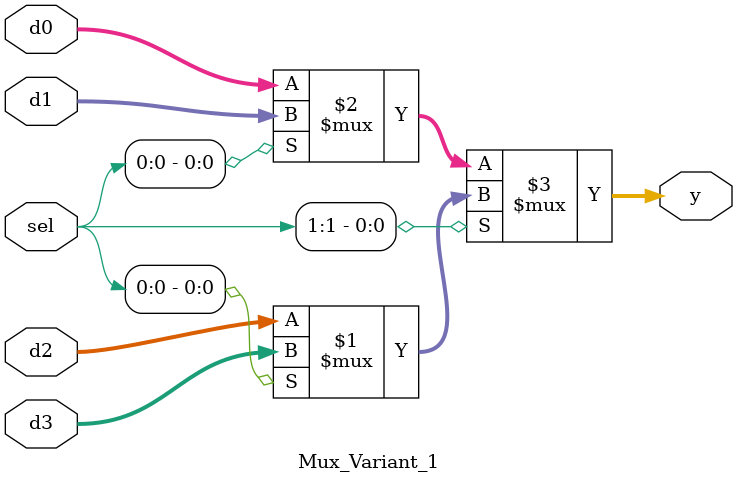
<source format=sv>
module Mux_Variant_1(	// \\src\\main\\scala\\Main.scala:3:7
  input  [3:0] d0,	// \\src\\main\\scala\\Main.scala:5:16
               d1,	// \\src\\main\\scala\\Main.scala:6:16
               d2,	// \\src\\main\\scala\\Main.scala:7:16
               d3,	// \\src\\main\\scala\\Main.scala:8:16
  input  [1:0] sel,	// \\src\\main\\scala\\Main.scala:9:17
  output [3:0] y	// \\src\\main\\scala\\Main.scala:11:15
);

  assign y = sel[1] ? (sel[0] ? d3 : d2) : sel[0] ? d1 : d0;	// \\src\\main\\scala\\Main.scala:3:7, :14:{11,15,23,27}, :15:29
endmodule


// ----- 8< ----- FILE "verification�ver\layers-Mux_Variant_1-Verification-Cover.sv" ----- 8< -----

// Generated by CIRCT firtool-1.114.1
`include "verification\layers-Mux_Variant_1-Verification.sv"
`ifndef layers_Mux_Variant_1_Verification_Cover
`define layers_Mux_Variant_1_Verification_Cover	// <stdin>:12:5
`endif // layers_Mux_Variant_1_Verification_Cover	// <stdin>:12:5

// ----- 8< ----- FILE "verification�sume\layers-Mux_Variant_1-Verification-Assume.sv" ----- 8< -----

// Generated by CIRCT firtool-1.114.1
`include "verification\layers-Mux_Variant_1-Verification.sv"
`ifndef layers_Mux_Variant_1_Verification_Assume
`define layers_Mux_Variant_1_Verification_Assume	// <stdin>:11:5
`endif // layers_Mux_Variant_1_Verification_Assume	// <stdin>:11:5

// ----- 8< ----- FILE "verification�sert\layers-Mux_Variant_1-Verification-Assert.sv" ----- 8< -----

// Generated by CIRCT firtool-1.114.1
`include "verification\layers-Mux_Variant_1-Verification.sv"
`ifndef layers_Mux_Variant_1_Verification_Assert
`define layers_Mux_Variant_1_Verification_Assert	// <stdin>:10:5
`endif // layers_Mux_Variant_1_Verification_Assert	// <stdin>:10:5

// ----- 8< ----- FILE "verification\layers-Mux_Variant_1-Verification.sv" ----- 8< -----

// Generated by CIRCT firtool-1.114.1
`ifndef layers_Mux_Variant_1_Verification
`define layers_Mux_Variant_1_Verification	// <stdin>:9:3
`endif // layers_Mux_Variant_1_Verification	// <stdin>:9:3

</source>
